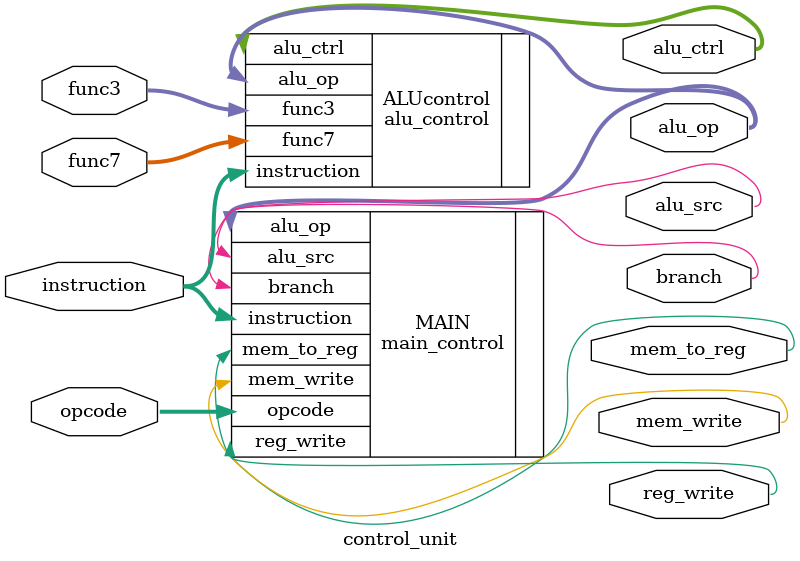
<source format=sv>
`timescale 1ns / 1ps

module control_unit(
input logic [31:0]instruction,
input logic [6:0]opcode,
input logic [6:0]func7,
input logic [2:0]func3,
output logic reg_write,
output logic mem_write,
output logic mem_to_reg,
output logic [1:0]alu_op,
output logic alu_src,
output logic branch,
output logic [3:0]alu_ctrl
    );
    
        
//logic [31:0]instruction;  //maybe make this input???

//assign opcode = instruction[6:0];
//assign func7 = instruction[30:25];
//assign func3 = instruction[14:12];
    
    main_control MAIN(
        .opcode(opcode),
        .branch(branch),
        .mem_write(mem_write),
        .mem_to_reg(mem_to_reg), 
        .alu_src(alu_src),
        .alu_op(alu_op),
        .reg_write(reg_write),
        .instruction(instruction)
    );
    
    
    
    alu_control ALUcontrol(
        .func3(func3),
        .func7(func7), // instruction [30] is func7[5]
        .alu_op(alu_op),
        .alu_ctrl(alu_ctrl),
        .instruction(instruction)
    );
    
    

    
    
endmodule

</source>
